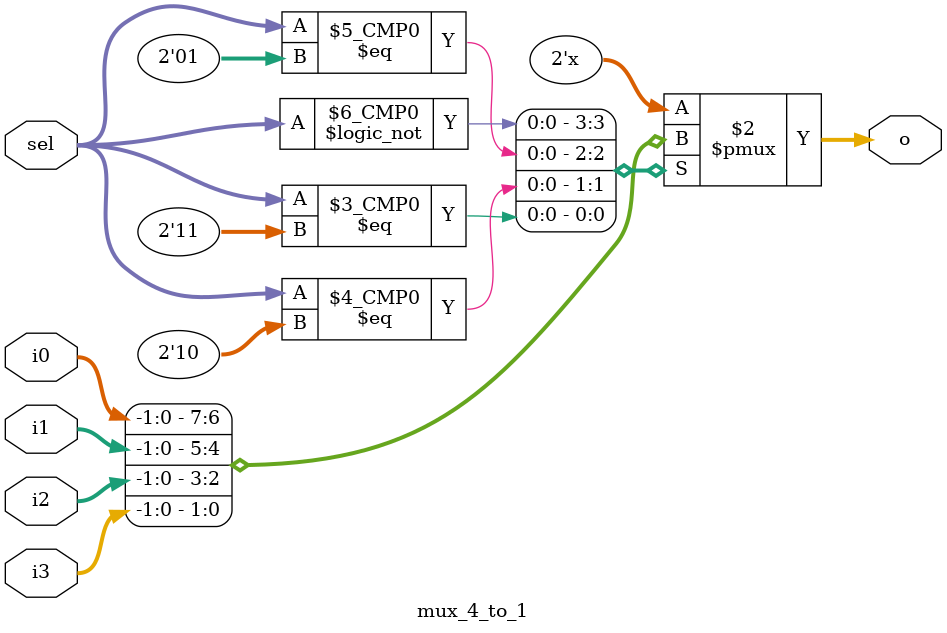
<source format=v>
module mux_4_to_1
#(
    parameter WIDTH = 0
)(
    input wire [1:0] sel,
    input wire [WIDTH-1:0] i0,
    input wire [WIDTH-1:0] i1,
    input wire [WIDTH-1:0] i2,
    input wire [WIDTH-1:0] i3,
    output reg [WIDTH-1:0] o
);

    always @(*) case (sel)
        0: o = i0;
        1: o = i1;
        2: o = i2;
        3: o = i3;
        default: o = 0;
    endcase

endmodule

</source>
